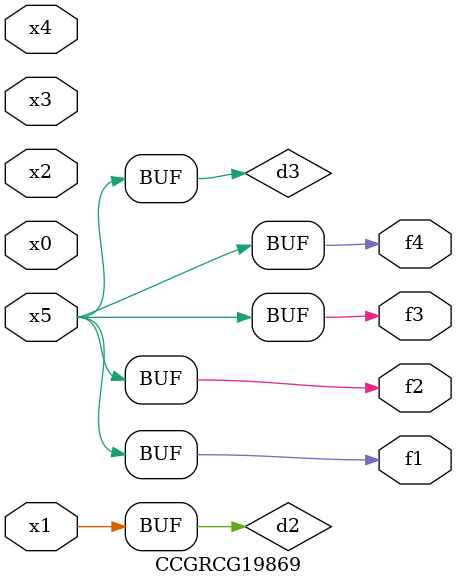
<source format=v>
module CCGRCG19869(
	input x0, x1, x2, x3, x4, x5,
	output f1, f2, f3, f4
);

	wire d1, d2, d3;

	not (d1, x5);
	or (d2, x1);
	xnor (d3, d1);
	assign f1 = d3;
	assign f2 = d3;
	assign f3 = d3;
	assign f4 = d3;
endmodule

</source>
